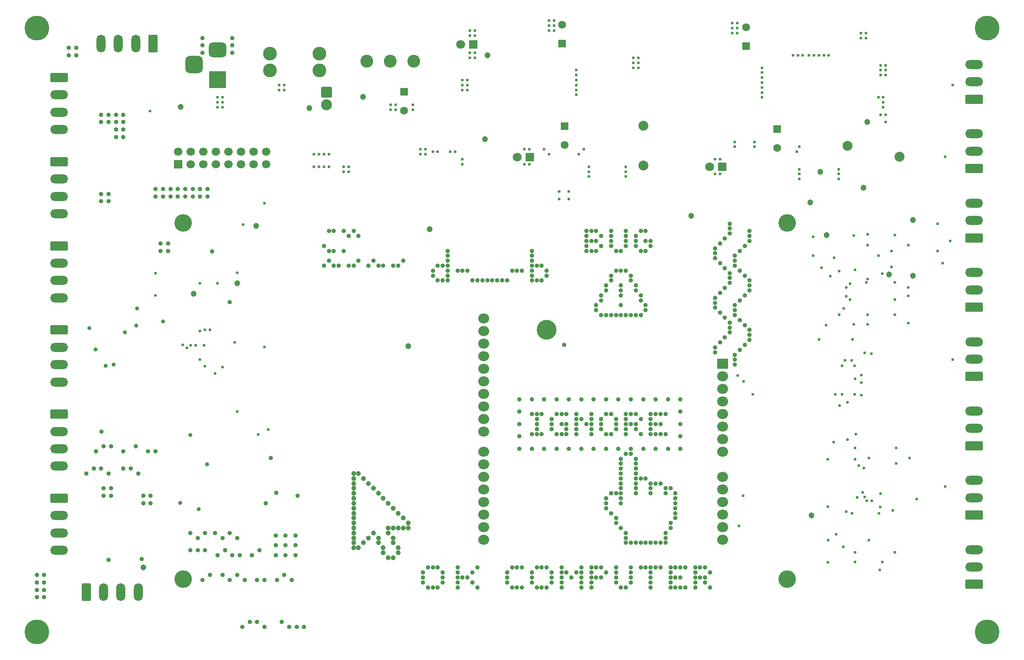
<source format=gbr>
%TF.GenerationSoftware,KiCad,Pcbnew,9.0.6-9.0.6~ubuntu24.04.1*%
%TF.CreationDate,2025-12-03T13:46:22+01:00*%
%TF.ProjectId,HVAC_STM32F7_PCB,48564143-5f53-4544-9d33-3246375f5043,rev?*%
%TF.SameCoordinates,Original*%
%TF.FileFunction,Copper,L3,Inr*%
%TF.FilePolarity,Positive*%
%FSLAX46Y46*%
G04 Gerber Fmt 4.6, Leading zero omitted, Abs format (unit mm)*
G04 Created by KiCad (PCBNEW 9.0.6-9.0.6~ubuntu24.04.1) date 2025-12-03 13:46:22*
%MOMM*%
%LPD*%
G01*
G04 APERTURE LIST*
G04 Aperture macros list*
%AMRoundRect*
0 Rectangle with rounded corners*
0 $1 Rounding radius*
0 $2 $3 $4 $5 $6 $7 $8 $9 X,Y pos of 4 corners*
0 Add a 4 corners polygon primitive as box body*
4,1,4,$2,$3,$4,$5,$6,$7,$8,$9,$2,$3,0*
0 Add four circle primitives for the rounded corners*
1,1,$1+$1,$2,$3*
1,1,$1+$1,$4,$5*
1,1,$1+$1,$6,$7*
1,1,$1+$1,$8,$9*
0 Add four rect primitives between the rounded corners*
20,1,$1+$1,$2,$3,$4,$5,0*
20,1,$1+$1,$4,$5,$6,$7,0*
20,1,$1+$1,$6,$7,$8,$9,0*
20,1,$1+$1,$8,$9,$2,$3,0*%
G04 Aperture macros list end*
%TA.AperFunction,ComponentPad*%
%ADD10RoundRect,0.250000X-1.550000X0.650000X-1.550000X-0.650000X1.550000X-0.650000X1.550000X0.650000X0*%
%TD*%
%TA.AperFunction,ComponentPad*%
%ADD11O,3.600000X1.800000*%
%TD*%
%TA.AperFunction,ComponentPad*%
%ADD12C,2.000000*%
%TD*%
%TA.AperFunction,ComponentPad*%
%ADD13RoundRect,0.250000X-0.650000X-1.550000X0.650000X-1.550000X0.650000X1.550000X-0.650000X1.550000X0*%
%TD*%
%TA.AperFunction,ComponentPad*%
%ADD14O,1.800000X3.600000*%
%TD*%
%TA.AperFunction,ComponentPad*%
%ADD15C,2.780000*%
%TD*%
%TA.AperFunction,ComponentPad*%
%ADD16RoundRect,0.250000X1.550000X-0.650000X1.550000X0.650000X-1.550000X0.650000X-1.550000X-0.650000X0*%
%TD*%
%TA.AperFunction,ComponentPad*%
%ADD17RoundRect,0.250000X0.550000X-0.550000X0.550000X0.550000X-0.550000X0.550000X-0.550000X-0.550000X0*%
%TD*%
%TA.AperFunction,ComponentPad*%
%ADD18C,1.600000*%
%TD*%
%TA.AperFunction,ComponentPad*%
%ADD19R,1.700000X1.700000*%
%TD*%
%TA.AperFunction,ComponentPad*%
%ADD20C,1.700000*%
%TD*%
%TA.AperFunction,ComponentPad*%
%ADD21RoundRect,0.249999X-0.850001X0.850001X-0.850001X-0.850001X0.850001X-0.850001X0.850001X0.850001X0*%
%TD*%
%TA.AperFunction,ComponentPad*%
%ADD22C,2.200000*%
%TD*%
%TA.AperFunction,ComponentPad*%
%ADD23R,2.200000X2.000000*%
%TD*%
%TA.AperFunction,ComponentPad*%
%ADD24O,2.200000X2.000000*%
%TD*%
%TA.AperFunction,ComponentPad*%
%ADD25C,3.540000*%
%TD*%
%TA.AperFunction,ComponentPad*%
%ADD26RoundRect,0.250000X-0.550000X0.550000X-0.550000X-0.550000X0.550000X-0.550000X0.550000X0.550000X0*%
%TD*%
%TA.AperFunction,ComponentPad*%
%ADD27C,2.600000*%
%TD*%
%TA.AperFunction,ComponentPad*%
%ADD28R,3.500000X3.500000*%
%TD*%
%TA.AperFunction,ComponentPad*%
%ADD29RoundRect,0.750000X-1.000000X0.750000X-1.000000X-0.750000X1.000000X-0.750000X1.000000X0.750000X0*%
%TD*%
%TA.AperFunction,ComponentPad*%
%ADD30RoundRect,0.875000X-0.875000X0.875000X-0.875000X-0.875000X0.875000X-0.875000X0.875000X0.875000X0*%
%TD*%
%TA.AperFunction,ComponentPad*%
%ADD31R,1.800000X1.800000*%
%TD*%
%TA.AperFunction,ComponentPad*%
%ADD32C,1.800000*%
%TD*%
%TA.AperFunction,ComponentPad*%
%ADD33RoundRect,0.250000X0.650000X1.550000X-0.650000X1.550000X-0.650000X-1.550000X0.650000X-1.550000X0*%
%TD*%
%TA.AperFunction,ViaPad*%
%ADD34C,5.000000*%
%TD*%
%TA.AperFunction,ViaPad*%
%ADD35C,4.000000*%
%TD*%
%TA.AperFunction,ViaPad*%
%ADD36C,1.200000*%
%TD*%
%TA.AperFunction,ViaPad*%
%ADD37C,0.900000*%
%TD*%
%TA.AperFunction,ViaPad*%
%ADD38C,1.000000*%
%TD*%
%TA.AperFunction,ViaPad*%
%ADD39C,0.600000*%
%TD*%
%TA.AperFunction,ViaPad*%
%ADD40C,0.800000*%
%TD*%
G04 APERTURE END LIST*
D10*
%TO.N,GNDA*%
%TO.C,J4*%
X39500000Y-62000000D03*
D11*
%TO.N,Net-(J18-Pin_5)*%
X39500000Y-65500000D03*
%TO.N,Net-(J4-SIG)*%
X39500000Y-69000000D03*
%TO.N,+24V*%
X39500000Y-72500000D03*
%TD*%
D12*
%TO.N,+5V*%
%TO.C,TP1*%
X157500000Y-54750000D03*
%TD*%
D13*
%TO.N,GNDA*%
%TO.C,J9*%
X45000000Y-149000000D03*
D14*
%TO.N,Net-(J18-Pin_15)*%
X48500000Y-149000000D03*
%TO.N,Net-(J9-SIG)*%
X52000000Y-149000000D03*
%TO.N,+24V*%
X55500000Y-149000000D03*
%TD*%
D12*
%TO.N,GND*%
%TO.C,TP3*%
X209250000Y-61000000D03*
%TD*%
D15*
%TO.N,Net-(F1-Pad1)*%
%TO.C,F1*%
X82137500Y-40190000D03*
X82137500Y-43590000D03*
%TO.N,Net-(D3-A2)*%
X92057500Y-40190000D03*
X92057500Y-43590000D03*
%TD*%
D16*
%TO.N,GNDA*%
%TO.C,J27*%
X224300000Y-133375000D03*
D11*
%TO.N,Net-(J27-GND)*%
X224300000Y-129875000D03*
%TO.N,GND*%
X224300000Y-126375000D03*
%TD*%
D17*
%TO.N,+24V*%
%TO.C,C2*%
X141100000Y-38102651D03*
D18*
%TO.N,GND*%
X141100000Y-34302651D03*
%TD*%
D10*
%TO.N,GNDA*%
%TO.C,J7*%
X39500000Y-113000000D03*
D11*
%TO.N,Net-(J18-Pin_11)*%
X39500000Y-116500000D03*
%TO.N,Net-(J7-SIG)*%
X39500000Y-120000000D03*
%TO.N,+24V*%
X39500000Y-123500000D03*
%TD*%
D12*
%TO.N,GND*%
%TO.C,TP4*%
X157500000Y-62750000D03*
%TD*%
D10*
%TO.N,GNDA*%
%TO.C,J6*%
X39500000Y-96000000D03*
D11*
%TO.N,Net-(J18-Pin_9)*%
X39500000Y-99500000D03*
%TO.N,Net-(J6-SIG)*%
X39500000Y-103000000D03*
%TO.N,+24V*%
X39500000Y-106500000D03*
%TD*%
D19*
%TO.N,Net-(J18-Pin_1)*%
%TO.C,J18*%
X63520000Y-62540000D03*
D20*
%TO.N,GND*%
X63520000Y-60000000D03*
%TO.N,Net-(J18-Pin_3)*%
X66060000Y-62540000D03*
%TO.N,GND*%
X66060000Y-60000000D03*
%TO.N,Net-(J18-Pin_5)*%
X68600000Y-62540000D03*
%TO.N,GND*%
X68600000Y-60000000D03*
%TO.N,Net-(J18-Pin_7)*%
X71140000Y-62540000D03*
%TO.N,GND*%
X71140000Y-60000000D03*
%TO.N,Net-(J18-Pin_9)*%
X73680000Y-62540000D03*
%TO.N,GND*%
X73680000Y-60000000D03*
%TO.N,Net-(J18-Pin_11)*%
X76220000Y-62540000D03*
%TO.N,GND*%
X76220000Y-60000000D03*
%TO.N,Net-(J18-Pin_13)*%
X78760000Y-62540000D03*
%TO.N,GND*%
X78760000Y-60000000D03*
%TO.N,Net-(J18-Pin_15)*%
X81300000Y-62540000D03*
%TO.N,GND*%
X81300000Y-60000000D03*
%TD*%
D21*
%TO.N,Net-(D4-K)*%
%TO.C,D4*%
X93500000Y-47960000D03*
D22*
%TO.N,Net-(D4-A)*%
X93500000Y-50500000D03*
%TD*%
D23*
%TO.N,unconnected-(A1-NC-Pad1)*%
%TO.C,A1*%
X173550000Y-102815000D03*
D24*
%TO.N,unconnected-(A1-IOREF-Pad2)*%
X173550000Y-105355000D03*
%TO.N,unconnected-(A1-~{RESET}-Pad3)*%
X173550000Y-107895000D03*
%TO.N,unconnected-(A1-3V3-Pad4)*%
X173550000Y-110435000D03*
%TO.N,unconnected-(A1-+5V-Pad5)*%
X173550000Y-112975000D03*
%TO.N,GND*%
X173550000Y-115515000D03*
X173550000Y-118055000D03*
%TO.N,+3.3V*%
X173550000Y-120595000D03*
%TO.N,unconnected-(A1-A0-Pad9)*%
X173550000Y-125675000D03*
%TO.N,unconnected-(A1-A1-Pad10)*%
X173550000Y-128215000D03*
%TO.N,MOSI_OUT*%
X173550000Y-130755000D03*
%TO.N,unconnected-(A1-A3-Pad12)*%
X173550000Y-133295000D03*
%TO.N,SCK_OUT*%
X173550000Y-135835000D03*
%TO.N,NSS_OUT*%
X173550000Y-138375000D03*
%TO.N,unconnected-(A1-D0{slash}S6RX-Pad15)*%
X125290000Y-138375000D03*
%TO.N,unconnected-(A1-D1{slash}S6TX-Pad16)*%
X125290000Y-135835000D03*
%TO.N,unconnected-(A1-D2-Pad17)*%
X125290000Y-133295000D03*
%TO.N,unconnected-(A1-D3-Pad18)*%
X125290000Y-130755000D03*
%TO.N,unconnected-(A1-D4-Pad19)*%
X125290000Y-128215000D03*
%TO.N,Net-(A1-D5)*%
X125290000Y-125675000D03*
%TO.N,unconnected-(A1-D6-Pad21)*%
X125290000Y-123135000D03*
%TO.N,Net-(A1-D7)*%
X125290000Y-120595000D03*
%TO.N,Net-(A1-D8)*%
X125290000Y-116535000D03*
%TO.N,unconnected-(A1-D9-Pad24)*%
X125290000Y-113995000D03*
%TO.N,unconnected-(A1-D10-Pad25)*%
X125290000Y-111455000D03*
%TO.N,unconnected-(A1-D11-Pad26)*%
X125290000Y-108915000D03*
%TO.N,unconnected-(A1-D12-Pad27)*%
X125290000Y-106375000D03*
%TO.N,Net-(A1-D13)*%
X125290000Y-103835000D03*
%TO.N,GND*%
X125290000Y-101295000D03*
%TO.N,unconnected-(A1-AREF-Pad30)*%
X125290000Y-98755000D03*
%TO.N,unconnected-(A1-SDA{slash}A4-Pad31)*%
X125290000Y-96215000D03*
%TO.N,unconnected-(A1-SCL{slash}A5-Pad32)*%
X125290000Y-93675000D03*
D25*
%TO.N,N/C*%
X186550000Y-74375000D03*
X64550000Y-74375000D03*
X186550000Y-146375000D03*
X64550000Y-146375000D03*
%TD*%
D17*
%TO.N,+24V*%
%TO.C,C5*%
X178300000Y-38602651D03*
D18*
%TO.N,GND*%
X178300000Y-34802651D03*
%TD*%
D16*
%TO.N,GNDA*%
%TO.C,J24*%
X224300000Y-91375000D03*
D11*
%TO.N,Net-(J24-GND)*%
X224300000Y-87875000D03*
%TO.N,GND*%
X224300000Y-84375000D03*
%TD*%
D26*
%TO.N,+3.3V*%
%TO.C,C8*%
X184550000Y-55422349D03*
D18*
%TO.N,GND*%
X184550000Y-59222349D03*
%TD*%
D10*
%TO.N,GNDA*%
%TO.C,J3*%
X39550000Y-45000000D03*
D11*
%TO.N,Net-(J18-Pin_3)*%
X39550000Y-48500000D03*
%TO.N,Net-(J3-SIG)*%
X39550000Y-52000000D03*
%TO.N,+24V*%
X39550000Y-55500000D03*
%TD*%
D27*
%TO.N,Net-(D4-K)*%
%TO.C,SW1*%
X101700000Y-41690000D03*
%TO.N,Net-(SW1-B)*%
X106400000Y-41690000D03*
%TO.N,N/C*%
X111100000Y-41690000D03*
%TD*%
D28*
%TO.N,Net-(F1-Pad1)*%
%TO.C,J1*%
X71507500Y-45400000D03*
D29*
%TO.N,GND*%
X71507500Y-39400000D03*
D30*
%TO.N,N/C*%
X66807500Y-42400000D03*
%TD*%
D26*
%TO.N,Net-(SW1-B)*%
%TO.C,C15*%
X109200000Y-47900000D03*
D18*
%TO.N,GND*%
X109200000Y-51700000D03*
%TD*%
D31*
%TO.N,GND*%
%TO.C,D7*%
X134600000Y-61050000D03*
D32*
%TO.N,Net-(D7-A)*%
X132060000Y-61050000D03*
%TD*%
D10*
%TO.N,GNDA*%
%TO.C,J5*%
X39500000Y-79000000D03*
D11*
%TO.N,Net-(J18-Pin_7)*%
X39500000Y-82500000D03*
%TO.N,Net-(J5-SIG)*%
X39500000Y-86000000D03*
%TO.N,+24V*%
X39500000Y-89500000D03*
%TD*%
D26*
%TO.N,+5V*%
%TO.C,C3*%
X141600000Y-54847349D03*
D18*
%TO.N,GND*%
X141600000Y-58647349D03*
%TD*%
D33*
%TO.N,GNDA*%
%TO.C,J2*%
X58482500Y-38107500D03*
D14*
%TO.N,Net-(J18-Pin_1)*%
X54982500Y-38107500D03*
%TO.N,Net-(J2-SIG)*%
X51482500Y-38107500D03*
%TO.N,+24V*%
X47982500Y-38107500D03*
%TD*%
D16*
%TO.N,GNDA*%
%TO.C,J23*%
X224300000Y-77375000D03*
D11*
%TO.N,Net-(J23-GND)*%
X224300000Y-73875000D03*
%TO.N,GND*%
X224300000Y-70375000D03*
%TD*%
D16*
%TO.N,GNDA*%
%TO.C,J26*%
X224300000Y-119375000D03*
D11*
%TO.N,Net-(J26-GND)*%
X224300000Y-115875000D03*
%TO.N,GND*%
X224300000Y-112375000D03*
%TD*%
D16*
%TO.N,GNDA*%
%TO.C,J25*%
X224300000Y-105375000D03*
D11*
%TO.N,Net-(J25-GND)*%
X224300000Y-101875000D03*
%TO.N,GND*%
X224300000Y-98375000D03*
%TD*%
D16*
%TO.N,GNDA*%
%TO.C,J22*%
X224300000Y-63375000D03*
D11*
%TO.N,Net-(J22-GND)*%
X224300000Y-59875000D03*
%TO.N,GND*%
X224300000Y-56375000D03*
%TD*%
D10*
%TO.N,GNDA*%
%TO.C,J8*%
X39500000Y-130000000D03*
D11*
%TO.N,Net-(J18-Pin_13)*%
X39500000Y-133500000D03*
%TO.N,Net-(J8-SIG)*%
X39500000Y-137000000D03*
%TO.N,+24V*%
X39500000Y-140500000D03*
%TD*%
D16*
%TO.N,GNDA*%
%TO.C,J21*%
X224300000Y-49375000D03*
D11*
%TO.N,Net-(J21-GND)*%
X224300000Y-45875000D03*
%TO.N,GND*%
X224300000Y-42375000D03*
%TD*%
D31*
%TO.N,GND*%
%TO.C,D6*%
X173450000Y-63025000D03*
D32*
%TO.N,Net-(D6-A)*%
X170910000Y-63025000D03*
%TD*%
D12*
%TO.N,+3.3V*%
%TO.C,TP2*%
X198750000Y-58750000D03*
%TD*%
D16*
%TO.N,GNDA*%
%TO.C,J28*%
X224300000Y-147375000D03*
D11*
%TO.N,Net-(J28-GND)*%
X224300000Y-143875000D03*
%TO.N,GND*%
X224300000Y-140375000D03*
%TD*%
D31*
%TO.N,GND*%
%TO.C,D5*%
X123200000Y-38300000D03*
D32*
%TO.N,Net-(D5-A)*%
X120660000Y-38300000D03*
%TD*%
D34*
%TO.N,*%
X227000000Y-157000000D03*
X35000000Y-157000000D03*
X35000000Y-35000000D03*
X227000000Y-35000000D03*
D35*
X138000000Y-96000000D03*
D36*
%TO.N,+24V*%
X64100000Y-50900000D03*
X126000000Y-40500000D03*
X125500000Y-57400000D03*
D37*
%TO.N,GND*%
X168000000Y-147000000D03*
D38*
X106000000Y-131000000D03*
D37*
X155000000Y-93000000D03*
D39*
X122000000Y-47500000D03*
D37*
X159000000Y-127000000D03*
X156000000Y-87000000D03*
X152500000Y-110000000D03*
X164000000Y-130000000D03*
X136000000Y-117000000D03*
X177000000Y-100000000D03*
D39*
X121000000Y-62500000D03*
D37*
X159000000Y-128000000D03*
D39*
X206000000Y-49000000D03*
D37*
X123000000Y-147000000D03*
D39*
X139500000Y-34500000D03*
D37*
X172000000Y-89500000D03*
X157500000Y-120000000D03*
D38*
X105000000Y-140000000D03*
X108000000Y-136000000D03*
D39*
X195000000Y-40500000D03*
D37*
X158000000Y-92000000D03*
X154000000Y-138000000D03*
X146000000Y-115000000D03*
D39*
X113500000Y-60500000D03*
D37*
X137500000Y-120000000D03*
D39*
X206500000Y-54000000D03*
D37*
X159000000Y-139000000D03*
X163000000Y-135000000D03*
X163000000Y-147000000D03*
X150000000Y-132000000D03*
X135000000Y-117000000D03*
D39*
X122000000Y-46500000D03*
D37*
X155000000Y-120000000D03*
X158000000Y-80000000D03*
D38*
X100000000Y-140000000D03*
D37*
X152000000Y-147000000D03*
X179000000Y-97000000D03*
X114000000Y-148000000D03*
X142500000Y-110000000D03*
X161000000Y-144000000D03*
X147000000Y-76000000D03*
X153000000Y-91000000D03*
X118000000Y-82000000D03*
D39*
X146500000Y-65000000D03*
X173000000Y-64500000D03*
D38*
X99000000Y-133000000D03*
D37*
X145000000Y-110000000D03*
X157000000Y-114000000D03*
X168000000Y-144000000D03*
D38*
X99000000Y-136000000D03*
D37*
X175000000Y-95500000D03*
X139000000Y-147000000D03*
D39*
X176000000Y-58000000D03*
D37*
X152000000Y-135000000D03*
X151000000Y-76000000D03*
D39*
X189000000Y-64500000D03*
X172000000Y-64500000D03*
D37*
X135000000Y-83000000D03*
X153000000Y-84000000D03*
D39*
X121000000Y-45500000D03*
D37*
X155000000Y-113000000D03*
D39*
X119500000Y-60000000D03*
D37*
X151000000Y-113000000D03*
X130000000Y-146000000D03*
X164000000Y-133000000D03*
X161000000Y-139000000D03*
D38*
X99000000Y-138000000D03*
D37*
X152500000Y-120000000D03*
X164000000Y-148000000D03*
D39*
X123500000Y-41000000D03*
D37*
X133000000Y-144000000D03*
D39*
X205500000Y-43500000D03*
X197000000Y-65500000D03*
D37*
X105000000Y-83000000D03*
X148000000Y-78000000D03*
D38*
X99000000Y-135000000D03*
D37*
X155000000Y-139000000D03*
X153000000Y-148000000D03*
D38*
X99000000Y-128000000D03*
D37*
X163000000Y-145000000D03*
X159000000Y-144000000D03*
X161000000Y-127000000D03*
X157000000Y-76000000D03*
X141000000Y-146000000D03*
X118000000Y-84000000D03*
X132500000Y-110000000D03*
D39*
X107500000Y-51500000D03*
D37*
X138000000Y-85000000D03*
X168000000Y-145000000D03*
X95000000Y-83000000D03*
D39*
X94000000Y-63000000D03*
X133500000Y-59500000D03*
X154000000Y-64000000D03*
D37*
X97000000Y-80000000D03*
X68500000Y-37000000D03*
D39*
X122500000Y-41000000D03*
D37*
X136000000Y-115000000D03*
D39*
X197000000Y-63500000D03*
D37*
X179000000Y-88000000D03*
D39*
X139500000Y-33500000D03*
D37*
X99000000Y-76000000D03*
X179000000Y-87000000D03*
X166000000Y-144000000D03*
X176000000Y-92000000D03*
X120000000Y-84000000D03*
D39*
X98000000Y-64000000D03*
D37*
X130000000Y-145000000D03*
X153000000Y-126000000D03*
D39*
X137500000Y-59500000D03*
D37*
X177000000Y-80000000D03*
D39*
X140500000Y-69500000D03*
X138500000Y-35500000D03*
D37*
X157000000Y-144000000D03*
X176000000Y-102000000D03*
D39*
X97000000Y-64000000D03*
D38*
X110000000Y-136000000D03*
D37*
X148000000Y-144000000D03*
X93000000Y-79000000D03*
X146000000Y-80000000D03*
D36*
X194550000Y-76837500D03*
D37*
X176000000Y-91000000D03*
D39*
X138500000Y-60500000D03*
X97000000Y-63000000D03*
D37*
X141000000Y-115000000D03*
X138000000Y-144000000D03*
X153000000Y-130000000D03*
D39*
X144000000Y-47500000D03*
D37*
X155000000Y-110000000D03*
X178000000Y-95000000D03*
X114000000Y-144000000D03*
X144000000Y-145000000D03*
X158000000Y-144000000D03*
X156000000Y-116000000D03*
X124000000Y-148000000D03*
X151000000Y-93000000D03*
X153000000Y-88000000D03*
X165000000Y-112500000D03*
X94000000Y-82000000D03*
X175000000Y-84500000D03*
X156000000Y-77000000D03*
X153000000Y-124000000D03*
X142000000Y-113000000D03*
X98000000Y-77000000D03*
D39*
X75500000Y-84462500D03*
D37*
X170000000Y-146000000D03*
D39*
X123500000Y-35500000D03*
X194000000Y-40500000D03*
D37*
X102000000Y-83000000D03*
X174000000Y-97500000D03*
X145000000Y-120000000D03*
X149000000Y-144000000D03*
X113000000Y-146000000D03*
D39*
X206000000Y-51000000D03*
D37*
X179000000Y-78000000D03*
X96000000Y-83000000D03*
X164000000Y-132000000D03*
X108000000Y-83000000D03*
X155000000Y-147000000D03*
X163000000Y-128000000D03*
D38*
X107000000Y-142000000D03*
D37*
X178000000Y-79000000D03*
D39*
X181500000Y-43000000D03*
X175500000Y-35000000D03*
X201500000Y-37000000D03*
D37*
X149000000Y-79000000D03*
X162500000Y-110000000D03*
X145000000Y-114000000D03*
D38*
X103000000Y-128000000D03*
D37*
X145000000Y-144000000D03*
X150000000Y-117000000D03*
X152000000Y-129000000D03*
X138000000Y-84000000D03*
X156000000Y-115000000D03*
D38*
X103000000Y-137000000D03*
D37*
X165000000Y-144000000D03*
X115000000Y-144000000D03*
D38*
X99000000Y-137000000D03*
D39*
X123500000Y-36500000D03*
D37*
X132500000Y-112500000D03*
X168000000Y-148000000D03*
D39*
X181500000Y-45000000D03*
X155500000Y-41000000D03*
D37*
X130000000Y-86000000D03*
D39*
X187750000Y-40500000D03*
D37*
X162000000Y-128000000D03*
X152000000Y-146000000D03*
D39*
X156500000Y-43000000D03*
X92000000Y-60500000D03*
D37*
X152000000Y-114000000D03*
D39*
X145500000Y-59500000D03*
D37*
X175000000Y-75500000D03*
X166000000Y-148000000D03*
X157000000Y-89000000D03*
X178000000Y-89000000D03*
D39*
X191000000Y-40500000D03*
D37*
X159000000Y-114000000D03*
X152000000Y-80000000D03*
X162000000Y-117000000D03*
D36*
X212000000Y-85000000D03*
D37*
X159000000Y-113000000D03*
X141000000Y-145000000D03*
X117000000Y-146000000D03*
X163000000Y-146000000D03*
D39*
X181500000Y-44000000D03*
D37*
X165000000Y-110000000D03*
D39*
X133500000Y-62500000D03*
D37*
X136000000Y-144000000D03*
X118000000Y-81000000D03*
X136000000Y-148000000D03*
X137000000Y-148000000D03*
X147000000Y-114000000D03*
X147000000Y-145000000D03*
X139000000Y-116000000D03*
X160000000Y-144000000D03*
X149000000Y-90000000D03*
D39*
X84000000Y-46500000D03*
D38*
X107000000Y-132000000D03*
D37*
X116000000Y-86000000D03*
D39*
X197000000Y-64500000D03*
D37*
X155000000Y-121000000D03*
D39*
X134500000Y-62500000D03*
D37*
X141000000Y-144000000D03*
X144000000Y-115000000D03*
X147000000Y-113000000D03*
D39*
X180000000Y-59000000D03*
D37*
X153000000Y-122000000D03*
X154000000Y-117000000D03*
D39*
X144000000Y-45500000D03*
D37*
X150000000Y-88000000D03*
D39*
X111000000Y-50500000D03*
D37*
X107000000Y-83000000D03*
X156000000Y-124000000D03*
X136000000Y-83000000D03*
X130000000Y-147000000D03*
X136000000Y-114000000D03*
X152000000Y-80000000D03*
X125000000Y-86000000D03*
X129000000Y-86000000D03*
D39*
X156500000Y-42000000D03*
D37*
X147000000Y-117000000D03*
D38*
X99000000Y-131000000D03*
D37*
X173000000Y-82500000D03*
X156000000Y-79000000D03*
X164000000Y-129000000D03*
X172000000Y-79500000D03*
X148000000Y-92000000D03*
X121000000Y-84000000D03*
X122000000Y-84000000D03*
X164000000Y-131000000D03*
D39*
X68800000Y-99084846D03*
D37*
X118000000Y-83000000D03*
X145000000Y-147000000D03*
X155000000Y-85000000D03*
D39*
X202500000Y-36000000D03*
D37*
X132500000Y-117500000D03*
X148000000Y-80000000D03*
D38*
X106000000Y-137000000D03*
X99000000Y-130000000D03*
D37*
X159000000Y-147000000D03*
X156000000Y-127000000D03*
X161000000Y-113000000D03*
X109000000Y-82000000D03*
D39*
X81000000Y-99462500D03*
D37*
X147000000Y-78000000D03*
X141000000Y-113000000D03*
X170000000Y-147000000D03*
X159000000Y-117000000D03*
X118000000Y-85000000D03*
D38*
X104000000Y-139000000D03*
D39*
X122500000Y-36500000D03*
D37*
X122000000Y-146000000D03*
X162000000Y-138000000D03*
X153000000Y-129000000D03*
D39*
X176500000Y-34000000D03*
D37*
X148000000Y-91000000D03*
D39*
X205000000Y-49000000D03*
D36*
X212000000Y-73750000D03*
D37*
X74500000Y-38500000D03*
D39*
X142500000Y-69500000D03*
D38*
X105000000Y-130000000D03*
D37*
X147500000Y-110000000D03*
X162000000Y-139000000D03*
X160000000Y-115000000D03*
X165000000Y-146000000D03*
X151000000Y-78000000D03*
X152000000Y-116000000D03*
D39*
X206500000Y-44500000D03*
D37*
X171000000Y-145000000D03*
X176000000Y-103000000D03*
X140000000Y-120000000D03*
X165000000Y-120000000D03*
X137000000Y-113000000D03*
D38*
X99000000Y-134000000D03*
D37*
X153000000Y-87000000D03*
X156000000Y-129000000D03*
X156000000Y-113000000D03*
X175000000Y-76500000D03*
X165000000Y-148000000D03*
D39*
X144000000Y-43500000D03*
D37*
X176000000Y-81000000D03*
X160000000Y-113000000D03*
X168000000Y-146000000D03*
X135000000Y-146000000D03*
X153000000Y-89000000D03*
X174000000Y-87500000D03*
D39*
X140500000Y-68000000D03*
D37*
X154000000Y-139000000D03*
X145000000Y-148000000D03*
X175000000Y-94500000D03*
D38*
X99000000Y-133000000D03*
X99000000Y-139000000D03*
D37*
X152000000Y-144000000D03*
D39*
X107500000Y-50500000D03*
D37*
X149000000Y-93000000D03*
X169000000Y-144000000D03*
X113000000Y-145000000D03*
X163000000Y-148000000D03*
X97000000Y-76000000D03*
X159000000Y-79000000D03*
D39*
X189750000Y-40500000D03*
X189000000Y-65500000D03*
D38*
X107000000Y-138000000D03*
D39*
X71500000Y-49000000D03*
D37*
X158000000Y-78000000D03*
D39*
X202500000Y-37000000D03*
D37*
X135000000Y-84000000D03*
X120000000Y-144000000D03*
X160000000Y-144000000D03*
D39*
X201500000Y-36000000D03*
D37*
X123000000Y-86000000D03*
D38*
X99000000Y-129000000D03*
D39*
X181500000Y-49000000D03*
D37*
X135000000Y-86000000D03*
X174000000Y-83500000D03*
D38*
X108000000Y-133000000D03*
X99000000Y-132000000D03*
D37*
X179000000Y-86000000D03*
X162000000Y-113000000D03*
X135000000Y-80000000D03*
X142000000Y-117000000D03*
X169000000Y-146000000D03*
X150000000Y-93000000D03*
X153000000Y-93000000D03*
X144000000Y-114000000D03*
X179000000Y-98000000D03*
X155000000Y-146000000D03*
D39*
X175500000Y-36000000D03*
D37*
X150000000Y-113000000D03*
X150000000Y-145000000D03*
X142000000Y-115000000D03*
X155000000Y-115000000D03*
X146000000Y-79000000D03*
X132000000Y-144000000D03*
X131000000Y-148000000D03*
D39*
X121000000Y-61500000D03*
X193000000Y-40500000D03*
X205500000Y-42500000D03*
X176000000Y-59000000D03*
D37*
X154000000Y-137000000D03*
X165000000Y-115000000D03*
D38*
X109000000Y-134000000D03*
D37*
X135000000Y-120000000D03*
D39*
X116000000Y-60000000D03*
D37*
X120000000Y-148000000D03*
X147000000Y-147000000D03*
X160000000Y-117000000D03*
X118000000Y-86000000D03*
X156000000Y-78000000D03*
X126000000Y-86000000D03*
X131000000Y-84000000D03*
D39*
X181500000Y-47000000D03*
X121000000Y-47500000D03*
X106500000Y-51500000D03*
D38*
X99000000Y-125000000D03*
D37*
X157000000Y-90000000D03*
D39*
X123500000Y-40000000D03*
D37*
X159000000Y-129000000D03*
D39*
X206500000Y-52500000D03*
D37*
X164000000Y-146000000D03*
X149000000Y-77000000D03*
X159000000Y-145000000D03*
X170000000Y-146000000D03*
X153000000Y-123000000D03*
X163000000Y-144000000D03*
X139000000Y-145000000D03*
X127000000Y-86000000D03*
X137000000Y-83000000D03*
X133000000Y-148000000D03*
D39*
X144000000Y-48500000D03*
D38*
X102000000Y-127000000D03*
D37*
X178000000Y-85000000D03*
D38*
X106000000Y-142000000D03*
D37*
X176000000Y-83000000D03*
D39*
X156500000Y-41000000D03*
D37*
X175000000Y-85500000D03*
D39*
X93000000Y-60500000D03*
D37*
X150000000Y-130000000D03*
X175000000Y-86500000D03*
X142000000Y-116000000D03*
D39*
X138500000Y-34500000D03*
X69000000Y-103362500D03*
X188750000Y-40500000D03*
X189000000Y-63500000D03*
D38*
X104000000Y-138000000D03*
D37*
X156000000Y-139000000D03*
X152000000Y-93000000D03*
X147500000Y-120000000D03*
X177000000Y-90000000D03*
D39*
X122000000Y-45500000D03*
X180000000Y-58000000D03*
D37*
X123000000Y-145000000D03*
X135000000Y-81000000D03*
D39*
X92000000Y-63000000D03*
D37*
X74500000Y-40000000D03*
X132000000Y-148000000D03*
D39*
X181500000Y-48000000D03*
D37*
X160000000Y-139000000D03*
X174000000Y-93500000D03*
X128000000Y-86000000D03*
X100000000Y-82000000D03*
D39*
X144000000Y-46500000D03*
D37*
X172000000Y-81500000D03*
X153000000Y-136000000D03*
X135000000Y-145000000D03*
X138000000Y-148000000D03*
D39*
X188500000Y-60000000D03*
X112500000Y-59500000D03*
D37*
X115000000Y-85000000D03*
X147000000Y-115000000D03*
D39*
X94000000Y-60500000D03*
D38*
X109000000Y-136000000D03*
D37*
X172000000Y-91500000D03*
X135000000Y-147000000D03*
D39*
X72500000Y-51000000D03*
D37*
X135000000Y-85000000D03*
X132500000Y-120000000D03*
X159000000Y-116000000D03*
X157500000Y-110000000D03*
X162500000Y-120000000D03*
X152000000Y-134000000D03*
D39*
X181500000Y-46000000D03*
D37*
X151000000Y-117000000D03*
X154000000Y-116000000D03*
D38*
X107000000Y-136000000D03*
D37*
X141500000Y-99000000D03*
D39*
X189000000Y-59000000D03*
D37*
X164000000Y-144000000D03*
X173000000Y-92500000D03*
X146000000Y-77000000D03*
X172000000Y-90500000D03*
X117000000Y-86000000D03*
X140000000Y-113000000D03*
X95000000Y-80000000D03*
X137500000Y-110000000D03*
X177000000Y-84000000D03*
X93000000Y-83000000D03*
D39*
X146500000Y-64000000D03*
D37*
X158000000Y-91000000D03*
D38*
X105000000Y-141000000D03*
D37*
X133000000Y-84000000D03*
X152000000Y-84000000D03*
X155000000Y-86000000D03*
X147000000Y-148000000D03*
X176000000Y-93000000D03*
X179000000Y-76000000D03*
D39*
X91000000Y-63000000D03*
D37*
X98000000Y-83000000D03*
X149000000Y-114000000D03*
X104000000Y-83000000D03*
X149000000Y-116000000D03*
X68500000Y-38500000D03*
X175000000Y-74500000D03*
X135000000Y-110000000D03*
D39*
X176500000Y-36000000D03*
D37*
X124000000Y-86000000D03*
D39*
X84000000Y-47500000D03*
D37*
X151000000Y-85000000D03*
X157000000Y-139000000D03*
X156000000Y-128000000D03*
X154000000Y-79000000D03*
D39*
X91000000Y-60500000D03*
D37*
X156000000Y-123000000D03*
X144000000Y-117000000D03*
X156000000Y-88000000D03*
D38*
X99000000Y-127000000D03*
D37*
X172000000Y-100500000D03*
X155000000Y-145000000D03*
D39*
X118500000Y-60000000D03*
D37*
X157000000Y-117000000D03*
X151000000Y-86000000D03*
D39*
X139500000Y-35500000D03*
D37*
X156000000Y-122000000D03*
X139000000Y-115000000D03*
X150000000Y-120000000D03*
X137000000Y-117000000D03*
D39*
X138500000Y-33500000D03*
X111000000Y-51500000D03*
D37*
X150000000Y-131000000D03*
X148000000Y-146000000D03*
X144000000Y-113000000D03*
D39*
X81000000Y-70400000D03*
D37*
X120000000Y-147000000D03*
X179000000Y-77000000D03*
X162000000Y-129000000D03*
X100000000Y-77000000D03*
X74500000Y-37000000D03*
X137000000Y-86000000D03*
X176000000Y-101000000D03*
D39*
X205500000Y-52500000D03*
D38*
X101000000Y-139000000D03*
D37*
X152000000Y-115000000D03*
X115000000Y-84000000D03*
X153000000Y-125000000D03*
X176000000Y-82000000D03*
X147000000Y-144000000D03*
X173000000Y-78500000D03*
X141000000Y-117000000D03*
X135000000Y-82000000D03*
X132500000Y-115000000D03*
X116000000Y-144000000D03*
D38*
X101000000Y-126000000D03*
D37*
X164000000Y-134000000D03*
X120000000Y-145000000D03*
X144000000Y-116000000D03*
X154000000Y-121000000D03*
D39*
X154000000Y-65000000D03*
D37*
X136000000Y-113000000D03*
X118000000Y-80000000D03*
D39*
X85000000Y-47500000D03*
D38*
X108000000Y-141000000D03*
D37*
X136000000Y-86000000D03*
X154000000Y-77000000D03*
D38*
X106000000Y-136000000D03*
D37*
X178000000Y-99000000D03*
X116000000Y-148000000D03*
X151000000Y-129000000D03*
D39*
X85000000Y-46500000D03*
D37*
X154000000Y-114000000D03*
X156000000Y-125000000D03*
D39*
X176500000Y-35000000D03*
D37*
X155000000Y-144000000D03*
X117000000Y-145000000D03*
D39*
X206500000Y-43500000D03*
D37*
X165000000Y-117500000D03*
D38*
X102000000Y-138000000D03*
D37*
X115000000Y-148000000D03*
X173000000Y-88500000D03*
D39*
X76700000Y-74700000D03*
D37*
X159000000Y-78000000D03*
X132000000Y-84000000D03*
D39*
X192000000Y-40500000D03*
D37*
X137000000Y-144000000D03*
X160000000Y-120000000D03*
X171000000Y-148000000D03*
X163000000Y-136000000D03*
D38*
X104000000Y-129000000D03*
D37*
X147000000Y-146000000D03*
X94000000Y-76000000D03*
D39*
X173000000Y-61500000D03*
D37*
X153000000Y-128000000D03*
X160000000Y-127000000D03*
X159000000Y-115000000D03*
X95000000Y-76000000D03*
D39*
X122500000Y-40000000D03*
D37*
X153000000Y-127000000D03*
X157000000Y-80000000D03*
X175000000Y-96500000D03*
X140000000Y-117000000D03*
D38*
X99000000Y-140000000D03*
D37*
X151000000Y-77000000D03*
X158000000Y-139000000D03*
D39*
X144500000Y-60500000D03*
X142500000Y-68000000D03*
D37*
X156000000Y-93000000D03*
X142000000Y-145000000D03*
D36*
X193250000Y-64000000D03*
D37*
X172000000Y-80500000D03*
X150000000Y-87000000D03*
X154000000Y-84000000D03*
X158000000Y-76000000D03*
D38*
X108000000Y-140000000D03*
D37*
X94000000Y-80000000D03*
X140000000Y-110000000D03*
D39*
X71500000Y-50000000D03*
X172000000Y-61500000D03*
D37*
X179000000Y-96000000D03*
X142500000Y-120000000D03*
D39*
X206000000Y-50000000D03*
D37*
X120000000Y-146000000D03*
X154000000Y-93000000D03*
X121000000Y-146000000D03*
X68500000Y-40000000D03*
X117000000Y-83000000D03*
X147000000Y-116000000D03*
X139000000Y-146000000D03*
D39*
X206500000Y-42500000D03*
D37*
X177000000Y-94000000D03*
X157000000Y-126000000D03*
X151000000Y-79000000D03*
X153000000Y-80000000D03*
D38*
X110000000Y-135000000D03*
D39*
X134500000Y-59500000D03*
D38*
X100000000Y-125000000D03*
D37*
X117000000Y-147000000D03*
D39*
X112500000Y-60500000D03*
X205500000Y-44500000D03*
D37*
X154000000Y-115000000D03*
X152000000Y-145000000D03*
X145000000Y-145000000D03*
X149000000Y-89000000D03*
D39*
X121000000Y-46500000D03*
D37*
X131000000Y-144000000D03*
D39*
X71500000Y-51000000D03*
D38*
X99000000Y-126000000D03*
D37*
X99000000Y-83000000D03*
D38*
X107000000Y-139000000D03*
D39*
X144000000Y-44500000D03*
D37*
X165000000Y-112500000D03*
X154000000Y-76000000D03*
X147000000Y-80000000D03*
D39*
X175500000Y-34000000D03*
D37*
X157000000Y-93000000D03*
D39*
X72500000Y-50000000D03*
D37*
X172000000Y-99500000D03*
D39*
X154000000Y-63000000D03*
X72500000Y-49000000D03*
X155500000Y-42000000D03*
D37*
X132500000Y-115000000D03*
X143000000Y-146000000D03*
X116000000Y-83000000D03*
X139000000Y-114000000D03*
D39*
X113500000Y-59500000D03*
D37*
X159000000Y-148000000D03*
X149000000Y-146000000D03*
X145000000Y-146000000D03*
X160000000Y-110000000D03*
X151000000Y-133000000D03*
X103000000Y-82000000D03*
X170000000Y-144000000D03*
X148000000Y-76000000D03*
X156000000Y-126000000D03*
X161000000Y-115000000D03*
X161000000Y-117000000D03*
X162000000Y-137000000D03*
X113000000Y-147000000D03*
X149000000Y-115000000D03*
D39*
X98000000Y-63000000D03*
D37*
X141000000Y-148000000D03*
X174000000Y-77500000D03*
X135000000Y-113000000D03*
X136000000Y-116000000D03*
X153000000Y-131000000D03*
X159000000Y-146000000D03*
X124000000Y-144000000D03*
X158000000Y-126000000D03*
D39*
X93000000Y-63000000D03*
D37*
X146000000Y-76000000D03*
D39*
X115000000Y-60000000D03*
D37*
X154000000Y-78000000D03*
D39*
X155500000Y-43000000D03*
D37*
X154000000Y-148000000D03*
D39*
X146500000Y-63000000D03*
X122500000Y-35500000D03*
D37*
X141000000Y-147000000D03*
X150000000Y-110000000D03*
X173000000Y-98500000D03*
D39*
X106500000Y-50500000D03*
D37*
X146000000Y-78000000D03*
X154000000Y-113000000D03*
D36*
%TO.N,+5V*%
X75500000Y-86537500D03*
X79300000Y-75000000D03*
D39*
X68000000Y-96253295D03*
X68000000Y-102000000D03*
D36*
X66700000Y-88700000D03*
%TO.N,+3.3V*%
X167200000Y-72900000D03*
X114400000Y-75600000D03*
D39*
X199600000Y-102125000D03*
D36*
X110000000Y-99300000D03*
D39*
%TO.N,Net-(U7-REFIO)*%
X71500000Y-86537500D03*
X70000000Y-96000000D03*
%TO.N,Net-(U7-REFCAP)*%
X68950000Y-95950000D03*
X68000000Y-86537500D03*
D37*
%TO.N,GNDA*%
X66000000Y-140500000D03*
X50000000Y-119500000D03*
X59000000Y-120500000D03*
X52500000Y-55500000D03*
X87500000Y-156000000D03*
X81000000Y-156000000D03*
X70000000Y-145500000D03*
X63500000Y-67500000D03*
X72500000Y-138000000D03*
X76000000Y-141500000D03*
X35000000Y-148500000D03*
X68500000Y-146500000D03*
X41500000Y-39000000D03*
X52500000Y-120500000D03*
X65000000Y-69000000D03*
X48000000Y-52500000D03*
X55000000Y-119500000D03*
X59000000Y-67500000D03*
D39*
X58982500Y-89005000D03*
D37*
X89000000Y-156000000D03*
X66000000Y-137000000D03*
X52500000Y-124000000D03*
X83250000Y-141500000D03*
X52500000Y-57000000D03*
X72500000Y-145500000D03*
X35000000Y-150000000D03*
X51000000Y-54000000D03*
X75500000Y-138000000D03*
X69500000Y-67500000D03*
X48000000Y-70000000D03*
X65000000Y-67500000D03*
X60000000Y-78500000D03*
X68000000Y-67500000D03*
X46500000Y-124000000D03*
X36500000Y-148500000D03*
X83500000Y-146500000D03*
X83250000Y-137500000D03*
X60500000Y-67500000D03*
X49500000Y-125000000D03*
X60000000Y-80000000D03*
X74500000Y-141500000D03*
D39*
X58982500Y-84505000D03*
D37*
X81000000Y-146500000D03*
X77000000Y-146500000D03*
X85000000Y-145500000D03*
X57500000Y-120500000D03*
X50000000Y-129500000D03*
X51000000Y-55500000D03*
X87250000Y-139500000D03*
X73000000Y-140500000D03*
X71000000Y-137000000D03*
X78000000Y-155000000D03*
X48000000Y-54000000D03*
X56500000Y-129500000D03*
X51000000Y-52500000D03*
X86500000Y-146500000D03*
X54000000Y-124000000D03*
X36500000Y-147000000D03*
X35000000Y-147000000D03*
X76500000Y-156000000D03*
X43000000Y-39000000D03*
X49500000Y-68500000D03*
X62000000Y-67500000D03*
X48500000Y-129500000D03*
D36*
X56500000Y-144000000D03*
D37*
X50000000Y-128000000D03*
X48500000Y-128000000D03*
X45000000Y-125000000D03*
X87250000Y-141500000D03*
X49500000Y-70000000D03*
X63500000Y-69000000D03*
X61500000Y-80000000D03*
X49500000Y-54000000D03*
X79500000Y-155000000D03*
X66500000Y-67500000D03*
X51000000Y-57000000D03*
X48000000Y-68500000D03*
X35000000Y-145500000D03*
X55500000Y-125000000D03*
X47000000Y-120500000D03*
X69500000Y-69000000D03*
X43000000Y-40500000D03*
X75500000Y-145500000D03*
X52500000Y-54000000D03*
X79500000Y-146500000D03*
X84500000Y-155000000D03*
X87250000Y-137500000D03*
X41500000Y-40500000D03*
X49500000Y-52500000D03*
X60500000Y-69000000D03*
X71500000Y-141500000D03*
X85250000Y-137500000D03*
X48000000Y-124000000D03*
X36500000Y-145500000D03*
X86000000Y-156000000D03*
X58000000Y-129500000D03*
X67500000Y-138000000D03*
X78500000Y-141500000D03*
X48500000Y-119500000D03*
X58000000Y-131000000D03*
X85250000Y-139500000D03*
X67500000Y-140500000D03*
X52500000Y-52500000D03*
X56500000Y-131000000D03*
X36500000Y-150000000D03*
X61500000Y-78500000D03*
X62000000Y-69000000D03*
X80000000Y-140500000D03*
X59000000Y-69000000D03*
X74000000Y-137000000D03*
X66500000Y-69000000D03*
X85250000Y-141500000D03*
X74000000Y-146500000D03*
X68000000Y-69000000D03*
X69000000Y-137000000D03*
X69000000Y-140500000D03*
X83250000Y-139500000D03*
D39*
%TO.N,Net-(U5A-+)*%
X202801000Y-85692703D03*
X202801000Y-78875000D03*
%TO.N,Net-(U5C-+)*%
X194450000Y-94987500D03*
X195300000Y-85125000D03*
%TO.N,Net-(U5B-+)*%
X205000000Y-81000000D03*
X205800000Y-84625000D03*
%TO.N,Net-(U5D-+)*%
X202550000Y-86375000D03*
X202800000Y-92875000D03*
%TO.N,Net-(U6B-+)*%
X194800000Y-142912500D03*
X203700000Y-130475000D03*
X203100000Y-138475000D03*
X194900000Y-138475000D03*
%TO.N,Net-(U6D-+)*%
X194800000Y-131700000D03*
X194800000Y-122125000D03*
%TO.N,Net-(U6C-+)*%
X202700000Y-130475000D03*
X203050000Y-121875000D03*
%TO.N,Net-(U6A-+)*%
X205762500Y-142875000D03*
X205412500Y-131775000D03*
D36*
%TO.N,Net-(D3-A2)*%
X90100000Y-51190000D03*
X100895000Y-48905000D03*
D40*
%TO.N,Net-(J2-SIG)*%
X55300000Y-91600000D03*
%TO.N,Net-(J3-SIG)*%
X52800000Y-96500000D03*
%TO.N,Net-(J4-SIG)*%
X48900000Y-103200000D03*
%TO.N,Net-(J5-SIG)*%
X45600000Y-95600000D03*
D37*
%TO.N,Net-(J18-Pin_9)*%
X74000000Y-90400000D03*
%TO.N,Net-(J18-Pin_11)*%
X48100000Y-116500000D03*
X82250000Y-121850000D03*
D40*
%TO.N,Net-(J18-Pin_13)*%
X66000000Y-117200000D03*
D37*
X81275000Y-131025000D03*
X83400000Y-128900000D03*
D39*
X66100000Y-99100000D03*
%TO.N,Net-(J8-SIG)*%
X67096562Y-99113347D03*
D40*
X69400000Y-123100000D03*
D37*
%TO.N,Net-(J18-Pin_15)*%
X87700000Y-129500000D03*
X49500000Y-142400000D03*
D39*
X64500000Y-99000000D03*
D40*
X64000000Y-130900000D03*
%TO.N,Net-(J9-SIG)*%
X67700000Y-132200000D03*
D39*
X65323000Y-99621612D03*
D37*
X56200000Y-142300000D03*
D39*
%TO.N,Net-(J21-GND)*%
X211050000Y-87375000D03*
X211050000Y-78875000D03*
X219500000Y-78000000D03*
X220000000Y-46500000D03*
%TO.N,Net-(J22-GND)*%
X193050000Y-97875000D03*
X218000000Y-82500000D03*
X218500000Y-61000000D03*
X199800000Y-97875000D03*
X193500000Y-83425000D03*
X200050000Y-94875000D03*
%TO.N,Net-(J23-GND)*%
X207673000Y-83227000D03*
X207673000Y-80000000D03*
X217000000Y-74500000D03*
X217000000Y-80000000D03*
%TO.N,Net-(J24-GND)*%
X198550000Y-89175000D03*
X211050000Y-89125000D03*
X211050000Y-94625000D03*
X198550000Y-87375000D03*
%TO.N,Net-(U3-VOUTB)*%
X198800000Y-118125000D03*
X198800000Y-110625000D03*
%TO.N,Net-(U3-VOUTC)*%
X198040500Y-91616500D03*
X198300000Y-102125000D03*
%TO.N,Net-(U3-VOUTA)*%
X202800000Y-76625000D03*
X203600000Y-100800000D03*
%TO.N,Net-(U3-VOUTD)*%
X197897610Y-139848000D03*
X197650000Y-108995000D03*
%TO.N,Net-(U3-VOUTE)*%
X191800000Y-81000000D03*
X196050000Y-81375000D03*
X197650000Y-103255000D03*
X191800000Y-77125000D03*
%TO.N,Net-(U3-VOUTF)*%
X196500000Y-137275000D03*
X197200000Y-111279509D03*
%TO.N,Net-(U3-VOUTG)*%
X202800000Y-94875000D03*
X202200000Y-100625000D03*
%TO.N,Net-(U3-VOUTH)*%
X196000000Y-118625000D03*
X196350000Y-108995000D03*
%TO.N,Net-(U5A--)*%
X208300000Y-76837500D03*
X208300000Y-86375000D03*
%TO.N,Net-(U5C--)*%
X197059500Y-92875000D03*
X197050000Y-84125000D03*
%TO.N,Net-(U5B--)*%
X200050000Y-76875000D03*
X200300000Y-83875000D03*
%TO.N,Net-(U5D--)*%
X208300000Y-89875000D03*
X199300000Y-86652000D03*
X199300000Y-89875000D03*
X208300000Y-92875000D03*
%TO.N,Net-(U6B--)*%
X200300000Y-140875000D03*
X202281000Y-129703000D03*
%TO.N,Net-(U6D--)*%
X198500000Y-132700000D03*
X200300000Y-119875000D03*
%TO.N,Net-(U6C--)*%
X208550000Y-123000000D03*
X208550000Y-119875000D03*
X201050000Y-123375000D03*
X200752000Y-129825000D03*
%TO.N,Net-(U6A--)*%
X207900000Y-132475000D03*
X208300000Y-140875000D03*
%TO.N,Net-(A1-D8)*%
X71000000Y-104800000D03*
X75500000Y-112500000D03*
%TO.N,Net-(A1-D5)*%
X72500000Y-103500000D03*
X79700000Y-117100000D03*
%TO.N,SCK_OUT*%
X176800000Y-135600000D03*
X200300000Y-105875000D03*
X177800000Y-106375000D03*
X200250000Y-108995000D03*
%TO.N,Net-(A1-D7)*%
X81800000Y-116127000D03*
X75000000Y-98500000D03*
%TO.N,MOSI_OUT*%
X201564069Y-109139069D03*
X201550000Y-106625000D03*
X179600000Y-109000000D03*
X177687500Y-129487500D03*
%TO.N,NSS_OUT*%
X201550000Y-105125000D03*
X176600000Y-105200000D03*
X200250000Y-103255000D03*
D40*
%TO.N,Net-(J18-Pin_1)*%
X60500000Y-94300000D03*
D39*
%TO.N,Net-(J18-Pin_3)*%
X57900000Y-51800000D03*
D40*
X55100000Y-95100000D03*
%TO.N,Net-(J18-Pin_5)*%
X50500000Y-103000000D03*
D37*
%TO.N,Net-(J18-Pin_7)*%
X70400000Y-80100000D03*
D40*
X46900000Y-99900000D03*
D39*
%TO.N,Net-(J25-GND)*%
X220000000Y-102000000D03*
X200300000Y-142875000D03*
X205431656Y-129092095D03*
X218500000Y-127600000D03*
%TO.N,Net-(J26-GND)*%
X200500000Y-117000000D03*
X200300000Y-122125000D03*
X199687500Y-133075000D03*
%TO.N,Net-(J27-GND)*%
X212750000Y-130129000D03*
X201838500Y-128838500D03*
X202100000Y-123878000D03*
X211300000Y-121875000D03*
%TO.N,Net-(J28-GND)*%
X205300000Y-144475000D03*
X205135500Y-133075000D03*
D36*
%TO.N,Net-(U5E-V+)*%
X191250000Y-70250000D03*
X202712500Y-54000000D03*
X202000000Y-67250000D03*
X207175000Y-84750000D03*
X191500000Y-133500000D03*
%TD*%
M02*

</source>
